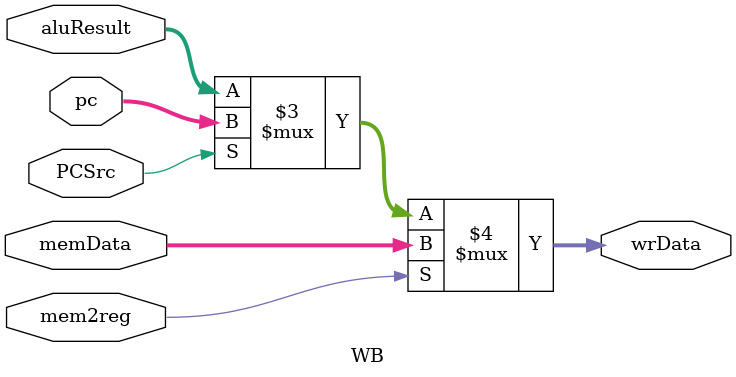
<source format=v>
module WB(
  memData, 
  aluResult, 
  mem2reg, 
  wrData,
	pc, 
	PCSrc
);
  input [15:0] memData, aluResult, pc;
  input mem2reg, PCSrc;
  output [15:0] wrData;
  
  assign wrData = (mem2reg == 1'b1) ? memData : 
                  (PCSrc == 1'b1) ? pc : 
                  aluResult;
  
endmodule
</source>
